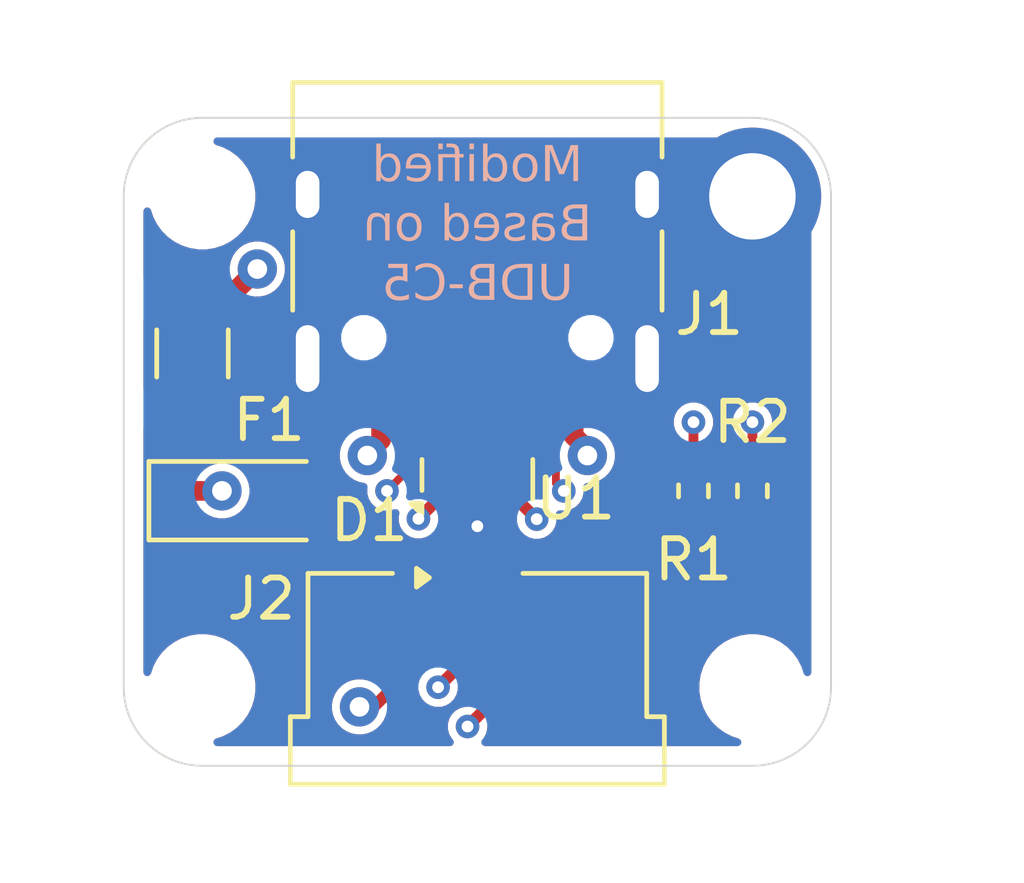
<source format=kicad_pcb>
(kicad_pcb (version 20241229) (generator "pcbnew") (generator_version "9.0")
  (layers (0 "F.Cu" signal) (4 "In1.Cu" signal) (6 "In2.Cu" signal) (2 "B.Cu" signal) (13 "F.Paste" user) (15 "B.Paste" user) (5 "F.SilkS" user "F.Silkscreen") (7 "B.SilkS" user "B.Silkscreen") (1 "F.Mask" user) (3 "B.Mask" user) (25 "Edge.Cuts" user))
  (net 0 "")
  (net 1 "GND")
  (net 2 "VCOM")
  (net 3 "VBUS")
  (net 4 "Net-(J1-GND-PadA1)")
  (net 5 "Net-(J1-CC2)")
  (net 6 "Net-(J1-CC1)")
  (net 7 "D+")
  (net 8 "D-")
  (footprint "MountingHole:MountingHole_2.2mm_M2" (layer "F.Cu") (at 54.5 61)
    (property "Reference" "H3" (hide yes))
    (property "Value" "MountingHole")
    (pad "" np_thru_hole circle (at 0 0) (size 2.2 2.2) (drill 2.2) (layers "*.Cu" "*.Mask"))
  )
  (footprint "MountingHole:MountingHole_2.2mm_M2" (layer "F.Cu") (at 54.5 48.5)
    (property "Reference" "H2" (hide yes))
    (property "Value" "MountingHole")
    (pad "" np_thru_hole circle (at 0 0) (size 2.2 2.2) (drill 2.2) (layers "*.Cu" "*.Mask"))
  )
  (footprint "MountingHole:MountingHole_2.2mm_M2_DIN965_Pad" (layer "F.Cu") (at 68.5 48.5)
    (property "Reference" "H1" (hide yes))
    (property "Value" "MountingHole_Pad")
    (pad "1" thru_hole circle (at 0 0) (size 3.5 3.5) (drill 2.2) (layers "*.Cu" "*.Mask") (net 1 "GND"))
  )
  (footprint "Connector_USB:USB_C_Receptacle_HRO_TYPE-C-31-M-12" (layer "F.Cu") (at 61.5 49.5 180)
    (property "Reference" "J1" (at -5.9 -2 0) (layer "F.SilkS"))
    (property "Value" "USB_C_Receptacle_USB2.0_16P")
    (fp_line (start 4.7 2) (end 4.7 3.9) (stroke (width 0.12)) (layer "F.SilkS"))
    (fp_line (start 4.7 -1.9) (end 4.7 0.1) (stroke (width 0.12)) (layer "F.SilkS"))
    (fp_line (start -4.7 3.9) (end 4.7 3.9) (stroke (width 0.12)) (layer "F.SilkS"))
    (fp_line (start -4.7 2) (end -4.7 3.9) (stroke (width 0.12)) (layer "F.SilkS"))
    (fp_line (start -4.7 -1.9) (end -4.7 0.1) (stroke (width 0.12)) (layer "F.SilkS"))
    (pad "" np_thru_hole circle (at -2.89 -2.6 180) (size 0.65 0.65) (drill 0.65) (layers "*.Cu" "*.Mask"))
    (pad "" np_thru_hole circle (at 2.89 -2.6 180) (size 0.65 0.65) (drill 0.65) (layers "*.Cu" "*.Mask"))
    (pad "A1" smd rect (at -3.25 -4.045 180) (size 0.6 1.45) (layers "F.Cu" "F.Mask" "F.Paste") (net 4 "Net-(J1-GND-PadA1)"))
    (pad "A4" smd rect (at -2.45 -4.045 180) (size 0.6 1.45) (layers "F.Cu" "F.Mask" "F.Paste") (net 3 "VBUS"))
    (pad "A5" smd rect (at -1.25 -4.045 180) (size 0.3 1.45) (layers "F.Cu" "F.Mask" "F.Paste") (net 6 "Net-(J1-CC1)"))
    (pad "A6" smd rect (at -0.25 -4.045 180) (size 0.3 1.45) (layers "F.Cu" "F.Mask" "F.Paste") (net 7 "D+"))
    (pad "A7" smd rect (at 0.25 -4.045 180) (size 0.3 1.45) (layers "F.Cu" "F.Mask" "F.Paste") (net 8 "D-"))
    (pad "A8" smd rect (at 1.25 -4.045 180) (size 0.3 1.45) (layers "F.Cu" "F.Mask" "F.Paste"))
    (pad "A9" smd rect (at 2.45 -4.045 180) (size 0.6 1.45) (layers "F.Cu" "F.Mask" "F.Paste") (net 3 "VBUS"))
    (pad "A12" smd rect (at 3.25 -4.045 180) (size 0.6 1.45) (layers "F.Cu" "F.Mask" "F.Paste") (net 4 "Net-(J1-GND-PadA1)"))
    (pad "B1" smd rect (at 3.25 -4.045 180) (size 0.6 1.45) (layers "F.Cu" "F.Mask" "F.Paste") (net 4 "Net-(J1-GND-PadA1)"))
    (pad "B4" smd rect (at 2.45 -4.045 180) (size 0.6 1.45) (layers "F.Cu" "F.Mask" "F.Paste") (net 3 "VBUS"))
    (pad "B5" smd rect (at 1.75 -4.045 180) (size 0.3 1.45) (layers "F.Cu" "F.Mask" "F.Paste") (net 5 "Net-(J1-CC2)"))
    (pad "B6" smd rect (at 0.75 -4.045 180) (size 0.3 1.45) (layers "F.Cu" "F.Mask" "F.Paste") (net 7 "D+"))
    (pad "B7" smd rect (at -0.75 -4.045 180) (size 0.3 1.45) (layers "F.Cu" "F.Mask" "F.Paste") (net 8 "D-"))
    (pad "B8" smd rect (at -1.75 -4.045 180) (size 0.3 1.45) (layers "F.Cu" "F.Mask" "F.Paste"))
    (pad "B9" smd rect (at -2.45 -4.045 180) (size 0.6 1.45) (layers "F.Cu" "F.Mask" "F.Paste") (net 3 "VBUS"))
    (pad "B12" smd rect (at -3.25 -4.045 180) (size 0.6 1.45) (layers "F.Cu" "F.Mask" "F.Paste") (net 4 "Net-(J1-GND-PadA1)"))
    (pad "S1" thru_hole oval (at -4.32 -3.13 180) (size 1 2.1) (drill oval 0.6 1.7) (property pad_prop_heatsink) (layers "*.Cu" "*.Mask") (net 1 "GND"))
    (pad "S1" thru_hole oval (at -4.32 1.05 180) (size 1 1.6) (drill oval 0.6 1.2) (property pad_prop_heatsink) (layers "*.Cu" "*.Mask") (net 1 "GND"))
    (pad "S1" thru_hole oval (at 4.32 -3.13 180) (size 1 2.1) (drill oval 0.6 1.7) (property pad_prop_heatsink) (layers "*.Cu" "*.Mask") (net 1 "GND"))
    (pad "S1" thru_hole oval (at 4.32 1.05 180) (size 1 1.6) (drill oval 0.6 1.2) (property pad_prop_heatsink) (layers "*.Cu" "*.Mask") (net 1 "GND"))
  )
  (footprint "Resistor_SMD:R_0402_1005Metric" (layer "F.Cu") (at 68.5 56 -90)
    (property "Reference" "R2" (at -1.75 0 180) (layer "F.SilkS"))
    (property "Value" "5.1k")
    (fp_line (start -0.153641 0.38) (end 0.153641 0.38) (stroke (width 0.12)) (layer "F.SilkS"))
    (fp_line (start -0.153641 -0.38) (end 0.153641 -0.38) (stroke (width 0.12)) (layer "F.SilkS"))
    (pad "1" smd roundrect (at -0.51 0 270) (size 0.54 0.64) (layers "F.Cu" "F.Mask" "F.Paste") (net 5 "Net-(J1-CC2)"))
    (pad "2" smd roundrect (at 0.51 0 270) (size 0.54 0.64) (layers "F.Cu" "F.Mask" "F.Paste") (net 1 "GND"))
  )
  (footprint "MountingHole:MountingHole_2.2mm_M2" (layer "F.Cu") (at 68.5 61)
    (property "Reference" "H4" (hide yes))
    (property "Value" "MountingHole")
    (pad "" np_thru_hole circle (at 0 0) (size 2.2 2.2) (drill 2.2) (layers "*.Cu" "*.Mask"))
  )
  (footprint "Package_SON:USON-10_2.5x1.0mm_P0.5mm" (layer "F.Cu") (at 61.5 55.7 90)
    (property "Reference" "U1" (at -0.5 2.5 180) (layer "F.SilkS"))
    (property "Value" "TPD4E05U06DQA")
    (fp_line (start 0.5 -1.41) (end -0.29 -1.41) (stroke (width 0.12)) (layer "F.SilkS"))
    (fp_line (start 0.5 1.41) (end -0.5 1.41) (stroke (width 0.12)) (layer "F.SilkS"))
    (fp_poly (pts (xy -0.62 -1.41) (xy -0.9 -1.41) (xy -0.62 -1.69) (xy -0.62 -1.41)) (stroke (width 0.12)) (fill yes) (layer "F.SilkS"))
    (pad "1" smd roundrect (at -0.385 -1) (size 0.3 0.55) (layers "F.Cu" "F.Mask" "F.Paste") (net 7 "D+"))
    (pad "2" smd roundrect (at -0.385 -0.5) (size 0.3 0.55) (layers "F.Cu" "F.Mask" "F.Paste") (net 8 "D-"))
    (pad "3" smd roundrect (at -0.385 0) (size 0.3 0.55) (layers "F.Cu" "F.Mask" "F.Paste") (net 1 "GND"))
    (pad "4" smd roundrect (at -0.385 0.5) (size 0.3 0.55) (layers "F.Cu" "F.Mask" "F.Paste") (net 7 "D+"))
    (pad "5" smd roundrect (at -0.385 1) (size 0.3 0.55) (layers "F.Cu" "F.Mask" "F.Paste") (net 8 "D-"))
    (pad "6" smd roundrect (at 0.385 1) (size 0.3 0.55) (layers "F.Cu" "F.Mask" "F.Paste") (net 8 "D-"))
    (pad "7" smd roundrect (at 0.385 0.5) (size 0.3 0.55) (layers "F.Cu" "F.Mask" "F.Paste") (net 7 "D+"))
    (pad "8" smd roundrect (at 0.385 0) (size 0.3 0.55) (layers "F.Cu" "F.Mask" "F.Paste") (net 1 "GND"))
    (pad "9" smd roundrect (at 0.385 -0.5) (size 0.3 0.55) (layers "F.Cu" "F.Mask" "F.Paste") (net 8 "D-"))
    (pad "10" smd roundrect (at 0.385 -1) (size 0.3 0.55) (layers "F.Cu" "F.Mask" "F.Paste") (net 7 "D+"))
  )
  (footprint "Connector_FFC-FPC:Amphenol_F32R-1A7x1-11004_1x04-1MP_P0.5mm_Horizontal" (layer "F.Cu") (at 61.5 61.11)
    (property "Reference" "J2" (at -5.5 -2.36 0) (layer "F.SilkS"))
    (property "Value" "Conn_01x04_Socket")
    (fp_line (start -4.76 0.64) (end -4.31 0.64) (stroke (width 0.12)) (layer "F.SilkS"))
    (fp_line (start -4.76 2.36) (end -4.76 0.64) (stroke (width 0.12)) (layer "F.SilkS"))
    (fp_line (start -4.31 -3.01) (end -2.16 -3.01) (stroke (width 0.12)) (layer "F.SilkS"))
    (fp_line (start -4.31 0.64) (end -4.31 -3.01) (stroke (width 0.12)) (layer "F.SilkS"))
    (fp_line (start 1.16 -3.01) (end 4.31 -3.01) (stroke (width 0.12)) (layer "F.SilkS"))
    (fp_line (start 4.31 -3.01) (end 4.31 0.64) (stroke (width 0.12)) (layer "F.SilkS"))
    (fp_line (start 4.31 0.64) (end 4.76 0.64) (stroke (width 0.12)) (layer "F.SilkS"))
    (fp_line (start 4.76 0.64) (end 4.76 2.36) (stroke (width 0.12)) (layer "F.SilkS"))
    (fp_line (start 4.76 2.36) (end -4.76 2.36) (stroke (width 0.12)) (layer "F.SilkS"))
    (fp_poly (pts (xy -1.22 -2.9) (xy -1.55 -2.66) (xy -1.55 -3.14)) (stroke (width 0.12)) (fill yes) (layer "F.SilkS"))
    (pad "1" smd roundrect (at -0.75 -2.9) (size 0.3 1.1) (layers "F.Cu" "F.Mask" "F.Paste") (net 2 "VCOM"))
    (pad "2" smd roundrect (at -0.25 -2.9) (size 0.3 1.1) (layers "F.Cu" "F.Mask" "F.Paste") (net 8 "D-"))
    (pad "3" smd roundrect (at 0.25 -2.9) (size 0.3 1.1) (layers "F.Cu" "F.Mask" "F.Paste") (net 7 "D+"))
    (pad "4" smd roundrect (at 0.75 -2.9) (size 0.3 1.1) (layers "F.Cu" "F.Mask" "F.Paste") (net 1 "GND"))
    (pad "MP" smd custom (at -3 -1.775) (size 1 1) (layers "F.Cu" "F.Mask" "F.Paste") (options (clearance outline) (anchor circle)) (primitives (gr_poly (pts (xy 1.05 -0.975) (xy 1.05 0.975) (xy -0.25 0.975) (xy -0.25 0.625) (xy -1.05 0.625) (xy -1.05 -0.975)) (width 0) (fill yes))))
    (pad "MP" smd custom (at 3 -1.775) (size 1 1) (layers "F.Cu" "F.Mask" "F.Paste") (options (clearance outline) (anchor circle)) (primitives (gr_poly (pts (xy -1.05 -0.975) (xy -1.05 0.975) (xy 0.25 0.975) (xy 0.25 0.625) (xy 1.05 0.625) (xy 1.05 -0.975)) (width 0) (fill yes))))
  )
  (footprint "Resistor_SMD:R_0402_1005Metric" (layer "F.Cu") (at 67 56 -90)
    (property "Reference" "R1" (at 1.75 0 180) (layer "F.SilkS"))
    (property "Value" "5.1k")
    (fp_line (start -0.153641 0.38) (end 0.153641 0.38) (stroke (width 0.12)) (layer "F.SilkS"))
    (fp_line (start -0.153641 -0.38) (end 0.153641 -0.38) (stroke (width 0.12)) (layer "F.SilkS"))
    (pad "1" smd roundrect (at -0.51 0 270) (size 0.54 0.64) (layers "F.Cu" "F.Mask" "F.Paste") (net 6 "Net-(J1-CC1)"))
    (pad "2" smd roundrect (at 0.51 0 270) (size 0.54 0.64) (layers "F.Cu" "F.Mask" "F.Paste") (net 1 "GND"))
  )
  (footprint "Diode_SMD:D_SOD-123" (layer "F.Cu") (at 55.5 56.25)
    (property "Reference" "D1" (at 3.25 0.5 0) (layer "F.SilkS"))
    (property "Value" "SMF6.0A")
    (fp_line (start -2.36 -1) (end -2.36 1) (stroke (width 0.12)) (layer "F.SilkS"))
    (fp_line (start -2.36 -1) (end 1.65 -1) (stroke (width 0.12)) (layer "F.SilkS"))
    (fp_line (start -2.36 1) (end 1.65 1) (stroke (width 0.12)) (layer "F.SilkS"))
    (pad "1" smd roundrect (at -1.65 0) (size 0.9 1.2) (layers "F.Cu" "F.Mask" "F.Paste") (net 2 "VCOM"))
    (pad "2" smd roundrect (at 1.65 0) (size 0.9 1.2) (layers "F.Cu" "F.Mask" "F.Paste") (net 1 "GND"))
  )
  (footprint "Fuse:Fuse_1206_3216Metric" (layer "F.Cu") (at 54.25 52.5 -90)
    (property "Reference" "F1" (at 1.7 -1.95 180) (layer "F.SilkS"))
    (property "Value" "ASMD1206-150")
    (fp_line (start -0.602064 0.91) (end 0.602064 0.91) (stroke (width 0.12)) (layer "F.SilkS"))
    (fp_line (start -0.602064 -0.91) (end 0.602064 -0.91) (stroke (width 0.12)) (layer "F.SilkS"))
    (pad "1" smd roundrect (at -1.4 0 270) (size 1.25 1.75) (layers "F.Cu" "F.Mask" "F.Paste") (roundrect_rratio 0.2) (net 3 "VBUS"))
    (pad "2" smd roundrect (at 1.4 0 270) (size 1.25 1.75) (layers "F.Cu" "F.Mask" "F.Paste") (roundrect_rratio 0.2) (net 2 "VCOM"))
  )
  (gr_arc (start 70.5 61) (mid 69.914214 62.414214) (end 68.5 63) (stroke (width 0.05)) (layer "Edge.Cuts"))
  (gr_arc (start 52.5 48.5) (mid 53.085786 47.085786) (end 54.5 46.5) (stroke (width 0.05)) (layer "Edge.Cuts"))
  (gr_arc (start 68.5 46.5) (mid 69.914214 47.085786) (end 70.5 48.5) (stroke (width 0.05)) (layer "Edge.Cuts"))
  (gr_line (start 54.5 63) (end 68.5 63) (stroke (width 0.05)) (layer "Edge.Cuts"))
  (gr_line (start 70.5 61) (end 70.5 48.5) (stroke (width 0.05)) (layer "Edge.Cuts"))
  (gr_arc (start 54.5 63) (mid 53.085786 62.414214) (end 52.5 61) (stroke (width 0.05)) (layer "Edge.Cuts"))
  (gr_line (start 68.5 46.5) (end 54.5 46.5) (stroke (width 0.05)) (layer "Edge.Cuts"))
  (gr_line (start 52.5 48.5) (end 52.5 61) (stroke (width 0.05)) (layer "Edge.Cuts"))
  (gr_text "Modified\nBased on\nUDB-C5" (at 61.5 49.25 0) (layer "B.SilkS") (effects (font (size 0.9 0.9) (thickness 0.1)) (justify mirror)))
  (segment (start 61.5 55.315) (end 61.5 56.085) (width 0.3) (layer "F.Cu") (net 1))
  (segment (start 61.5 56.085) (end 61.5 56.9) (width 0.3) (layer "F.Cu") (net 1))
  (via (at 61.5 56.9) (size 0.6) (drill 0.3) (layers "F.Cu" "B.Cu") (net 1))
  (segment (start 60.75 58.21) (end 60.75 59.613462) (width 0.3) (layer "F.Cu") (net 2))
  (segment (start 53.75 56) (end 55 56) (width 0.5) (layer "F.Cu") (net 2))
  (segment (start 54.25 54.5) (end 53.85 54.9) (width 0.5) (layer "F.Cu") (net 2))
  (segment (start 53.85 54.9) (end 53.85 56.25) (width 0.5) (layer "F.Cu") (net 2))
  (segment (start 54.25 53.9) (end 54.25 54.5) (width 0.5) (layer "F.Cu") (net 2))
  (segment (start 60.75 59.613462) (end 58.863462 61.5) (width 0.3) (layer "F.Cu") (net 2))
  (segment (start 58.863462 61.5) (end 58.5 61.5) (width 0.3) (layer "F.Cu") (net 2))
  (segment (start 53.85 56.25) (end 53.75 56.25) (width 0.5) (layer "F.Cu") (net 2))
  (via (at 55 56) (size 1) (drill 0.5) (layers "F.Cu" "B.Cu") (net 2))
  (via (at 58.5 61.5) (size 1) (drill 0.5) (layers "F.Cu" "B.Cu") (net 2))
  (segment (start 59.05 54.7) (end 59.05 53.295) (width 0.5) (layer "F.Cu") (net 3))
  (segment (start 64.3 54.95) (end 63.95 54.6) (width 0.5) (layer "F.Cu") (net 3))
  (segment (start 63.95 54.6) (end 63.95 53.295) (width 0.5) (layer "F.Cu") (net 3))
  (segment (start 58.7 55.1) (end 58.7 55.05) (width 0.5) (layer "F.Cu") (net 3))
  (segment (start 55.15 51.1) (end 55.875 50.375) (width 0.5) (layer "F.Cu") (net 3))
  (segment (start 64.3 55.1) (end 64.3 54.95) (width 0.5) (layer "F.Cu") (net 3))
  (segment (start 58.7 55.05) (end 59.05 54.7) (width 0.5) (layer "F.Cu") (net 3))
  (segment (start 55.875 50.375) (end 55.9 50.35) (width 0.5) (layer "F.Cu") (net 3))
  (segment (start 54.25 51.1) (end 55.15 51.1) (width 0.5) (layer "F.Cu") (net 3))
  (via (at 64.3 55.1) (size 1) (drill 0.5) (layers "F.Cu" "B.Cu") (net 3))
  (via (at 58.7 55.1) (size 1) (drill 0.5) (layers "F.Cu" "B.Cu") (net 3))
  (via (at 55.9 50.35) (size 1) (drill 0.5) (layers "F.Cu" "B.Cu") (net 3))
  (segment (start 68.5 55.49) (end 68.5 54.25) (width 0.25) (layer "F.Cu") (net 5))
  (segment (start 59.75 55.45) (end 59.75 53.295) (width 0.2) (layer "F.Cu") (net 5))
  (segment (start 59.2 56) (end 59.75 55.45) (width 0.2) (layer "F.Cu") (net 5))
  (via (at 68.5 54.25) (size 0.6) (drill 0.3) (layers "F.Cu" "B.Cu") (net 5))
  (via (at 59.2 56) (size 0.6) (drill 0.3) (layers "F.Cu" "B.Cu") (net 5))
  (segment (start 63.499 55.799) (end 63.7 56) (width 0.2) (layer "F.Cu") (net 6))
  (segment (start 67 55.49) (end 67 54.25) (width 0.25) (layer "F.Cu") (net 6))
  (segment (start 62.75 54.480557) (end 63.499 55.229557) (width 0.2) (layer "F.Cu") (net 6))
  (segment (start 62.75 53.545) (end 62.75 54.480557) (width 0.2) (layer "F.Cu") (net 6))
  (segment (start 63.499 55.229557) (end 63.499 55.799) (width 0.2) (layer "F.Cu") (net 6))
  (via (at 67 54.25) (size 0.6) (drill 0.3) (layers "F.Cu" "B.Cu") (net 6))
  (via (at 63.7 56) (size 0.6) (drill 0.3) (layers "F.Cu" "B.Cu") (net 6))
  (segment (start 61.75 61.5) (end 61.25 62) (width 0.3) (layer "F.Cu") (net 7))
  (segment (start 60.5 54.833012) (end 60.5 55.315) (width 0.25) (layer "F.Cu") (net 7))
  (segment (start 61.75 57.590822) (end 61.75 58.21) (width 0.25) (layer "F.Cu") (net 7))
  (segment (start 61.75 54.720822) (end 62 54.970822) (width 0.25) (layer "F.Cu") (net 7))
  (segment (start 62 56.085) (end 62 56.43) (width 0.25) (layer "F.Cu") (net 7))
  (segment (start 60.5 56.085) (end 60.5 55.315) (width 0.3) (layer "F.Cu") (net 7))
  (segment (start 62 56.43) (end 62.126 56.556) (width 0.25) (layer "F.Cu") (net 7))
  (segment (start 62 54.970822) (end 62 55.315) (width 0.25) (layer "F.Cu") (net 7))
  (segment (start 60.75 53.545) (end 60.75 54.583012) (width 0.25) (layer "F.Cu") (net 7))
  (segment (start 60.5 56.085) (end 60.5 56.21) (width 0.3) (layer "F.Cu") (net 7))
  (segment (start 61.75 58.21) (end 61.75 61.5) (width 0.3) (layer "F.Cu") (net 7))
  (segment (start 61.75 53.545) (end 61.75 54.720822) (width 0.25) (layer "F.Cu") (net 7))
  (segment (start 62 55.315) (end 62 56.085) (width 0.3) (layer "F.Cu") (net 7))
  (segment (start 62.126 56.556) (end 62.126 57.214822) (width 0.25) (layer "F.Cu") (net 7))
  (segment (start 60.75 54.583012) (end 60.5 54.833012) (width 0.25) (layer "F.Cu") (net 7))
  (segment (start 62.126 57.214822) (end 61.75 57.590822) (width 0.25) (layer "F.Cu") (net 7))
  (segment (start 60.5 56.21) (end 60 56.71) (width 0.3) (layer "F.Cu") (net 7))
  (via (at 60 56.71) (size 0.6) (drill 0.3) (layers "F.Cu" "B.Cu") (net 7))
  (via (at 61.25 62) (size 0.6) (drill 0.3) (layers "F.Cu" "B.Cu") (net 7))
  (segment (start 61.25 54.720822) (end 61 54.970822) (width 0.25) (layer "F.Cu") (net 8))
  (segment (start 61 54.970822) (end 61 55.315) (width 0.25) (layer "F.Cu") (net 8))
  (segment (start 61 55.315) (end 61 56.085) (width 0.3) (layer "F.Cu") (net 8))
  (segment (start 62.5 56.21) (end 63.01 56.72) (width 0.3) (layer "F.Cu") (net 8))
  (segment (start 61.25 57.590822) (end 61.25 58.21) (width 0.25) (layer "F.Cu") (net 8))
  (segment (start 62.25 54.583012) (end 62.5 54.833012) (width 0.25) (layer "F.Cu") (net 8))
  (segment (start 61 56.085) (end 61 56.489702) (width 0.25) (layer "F.Cu") (net 8))
  (segment (start 62.25 53.545) (end 62.25 54.583012) (width 0.25) (layer "F.Cu") (net 8))
  (segment (start 61.25 58.21) (end 61.25 60.25) (width 0.3) (layer "F.Cu") (net 8))
  (segment (start 61.25 60.25) (end 60.5 61) (width 0.3) (layer "F.Cu") (net 8))
  (segment (start 60.874 57.214822) (end 61.25 57.590822) (width 0.25) (layer "F.Cu") (net 8))
  (segment (start 61.25 53.545) (end 61.25 54.720822) (width 0.25) (layer "F.Cu") (net 8))
  (segment (start 61 56.489702) (end 60.874 56.615702) (width 0.25) (layer "F.Cu") (net 8))
  (segment (start 60.874 56.615702) (end 60.874 57.214822) (width 0.25) (layer "F.Cu") (net 8))
  (segment (start 62.5 54.833012) (end 62.5 55.315) (width 0.25) (layer "F.Cu") (net 8))
  (segment (start 62.5 55.315) (end 62.5 56.085) (width 0.3) (layer "F.Cu") (net 8))
  (segment (start 62.5 56.085) (end 62.5 56.21) (width 0.3) (layer "F.Cu") (net 8))
  (via (at 63.01 56.72) (size 0.6) (drill 0.3) (layers "F.Cu" "B.Cu") (net 8))
  (via (at 60.5 61) (size 0.6) (drill 0.3) (layers "F.Cu" "B.Cu") (net 8))
  (zone (net 0) (net_name "") (layer "F.Cu") (connect_pads (clearance 0)) (min_thickness 0.25)
    (keepout (tracks allowed) (vias allowed) (pads allowed) (copperpour not_allowed) (footprints allowed))
    (fill (thermal_gap 0.5) (thermal_bridge_width 0.5))
    (polygon (pts (xy 56.8 47.4) (xy 56.8 52.8) (xy 66.2 52.8) (xy 66.2 47.4)))
  )
  (zone (net 1) (net_name "GND") (layer "F.Cu") (connect_pads yes (clearance 0.2)) (min_thickness 0.2) (fill yes (thermal_gap 0.5) (thermal_bridge_width 0.5))
    (polygon (pts (xy 52 45) (xy 52 64.5) (xy 71 64.5) (xy 71 45)))
  )
  (zone (net 1) (net_name "GND") (layer "B.Cu") (priority 3) (connect_pads yes (clearance 0.2)) (min_thickness 0.2) (fill yes (thermal_gap 0.5) (thermal_bridge_width 0.5))
    (polygon (pts (xy 50.5 43.5) (xy 50.5 66) (xy 73 66) (xy 73 43.5)))
  )
)
</source>
